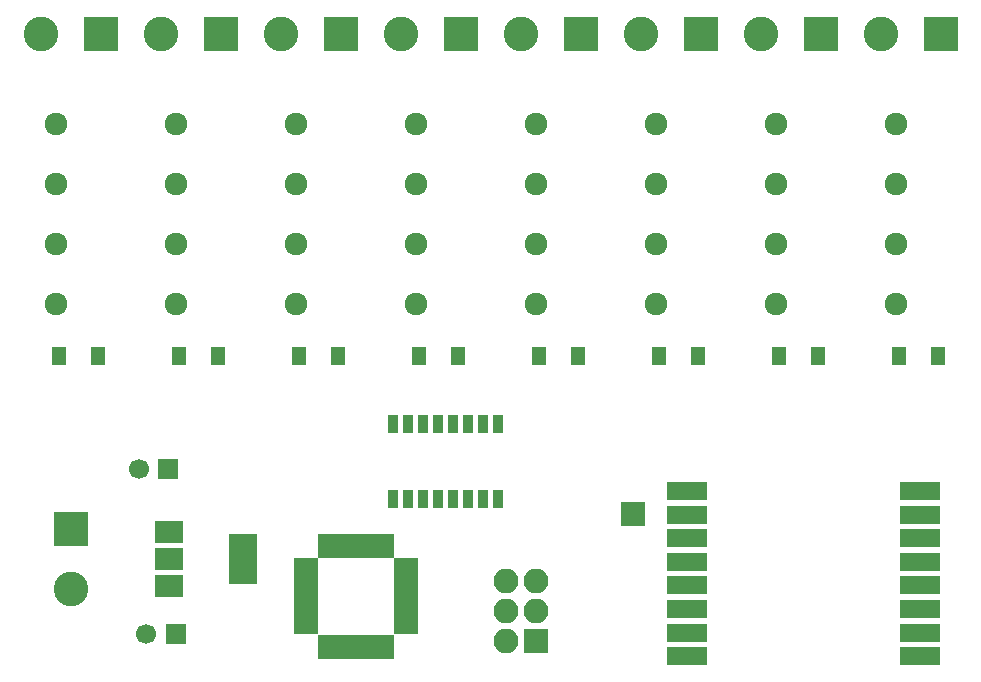
<source format=gts>
G04 #@! TF.FileFunction,Soldermask,Top*
%FSLAX46Y46*%
G04 Gerber Fmt 4.6, Leading zero omitted, Abs format (unit mm)*
G04 Created by KiCad (PCBNEW 4.0.5-e0-6337~49~ubuntu16.04.1) date Tue Jan 17 08:46:27 2017*
%MOMM*%
%LPD*%
G01*
G04 APERTURE LIST*
%ADD10C,0.100000*%
%ADD11R,2.000000X0.950000*%
%ADD12R,0.950000X2.000000*%
%ADD13R,2.940000X2.940000*%
%ADD14C,2.940000*%
%ADD15R,2.100000X2.100000*%
%ADD16O,2.100000X2.100000*%
%ADD17C,1.924000*%
%ADD18R,2.400000X4.200000*%
%ADD19R,2.400000X1.900000*%
%ADD20R,3.400000X1.600000*%
%ADD21R,0.908000X1.543000*%
%ADD22R,1.700000X1.700000*%
%ADD23C,1.700000*%
%ADD24R,1.300000X1.600000*%
G04 APERTURE END LIST*
D10*
D11*
X163390000Y-114675000D03*
X163390000Y-115475000D03*
X163390000Y-116275000D03*
X163390000Y-117075000D03*
X163390000Y-117875000D03*
X163390000Y-118675000D03*
X163390000Y-119475000D03*
X163390000Y-120275000D03*
D12*
X164840000Y-121725000D03*
X165640000Y-121725000D03*
X166440000Y-121725000D03*
X167240000Y-121725000D03*
X168040000Y-121725000D03*
X168840000Y-121725000D03*
X169640000Y-121725000D03*
X170440000Y-121725000D03*
D11*
X171890000Y-120275000D03*
X171890000Y-119475000D03*
X171890000Y-118675000D03*
X171890000Y-117875000D03*
X171890000Y-117075000D03*
X171890000Y-116275000D03*
X171890000Y-115475000D03*
X171890000Y-114675000D03*
D12*
X170440000Y-113225000D03*
X169640000Y-113225000D03*
X168840000Y-113225000D03*
X168040000Y-113225000D03*
X167240000Y-113225000D03*
X166440000Y-113225000D03*
X165640000Y-113225000D03*
X164840000Y-113225000D03*
D13*
X143510000Y-111760000D03*
D14*
X143510000Y-116840000D03*
D15*
X191135000Y-110490000D03*
X182880000Y-121285000D03*
D16*
X180340000Y-121285000D03*
X182880000Y-118745000D03*
X180340000Y-118745000D03*
X182880000Y-116205000D03*
X180340000Y-116205000D03*
D13*
X146050000Y-69850000D03*
D14*
X140970000Y-69850000D03*
D13*
X156210000Y-69850000D03*
D14*
X151130000Y-69850000D03*
D13*
X166370000Y-69850000D03*
D14*
X161290000Y-69850000D03*
D13*
X176530000Y-69850000D03*
D14*
X171450000Y-69850000D03*
D13*
X186690000Y-69850000D03*
D14*
X181610000Y-69850000D03*
D13*
X196850000Y-69850000D03*
D14*
X191770000Y-69850000D03*
D13*
X207010000Y-69850000D03*
D14*
X201930000Y-69850000D03*
D13*
X217170000Y-69850000D03*
D14*
X212090000Y-69850000D03*
D17*
X142240000Y-92710000D03*
X142240000Y-87630000D03*
X142240000Y-82550000D03*
X142240000Y-77470000D03*
X152400000Y-92710000D03*
X152400000Y-87630000D03*
X152400000Y-82550000D03*
X152400000Y-77470000D03*
X162560000Y-92710000D03*
X162560000Y-87630000D03*
X162560000Y-82550000D03*
X162560000Y-77470000D03*
X172720000Y-92710000D03*
X172720000Y-87630000D03*
X172720000Y-82550000D03*
X172720000Y-77470000D03*
X182880000Y-92710000D03*
X182880000Y-87630000D03*
X182880000Y-82550000D03*
X182880000Y-77470000D03*
X193040000Y-92710000D03*
X193040000Y-87630000D03*
X193040000Y-82550000D03*
X193040000Y-77470000D03*
X203200000Y-92710000D03*
X203200000Y-87630000D03*
X203200000Y-82550000D03*
X203200000Y-77470000D03*
X213360000Y-92710000D03*
X213360000Y-87630000D03*
X213360000Y-82550000D03*
X213360000Y-77470000D03*
D18*
X158090000Y-114300000D03*
D19*
X151790000Y-114300000D03*
X151790000Y-116600000D03*
X151790000Y-112000000D03*
D20*
X215395000Y-122555000D03*
X215395000Y-120555000D03*
X215395000Y-118555000D03*
X215395000Y-116555000D03*
X215395000Y-114555000D03*
X215395000Y-112555000D03*
X215395000Y-110555000D03*
X215395000Y-108555000D03*
X195695000Y-108555000D03*
X195695000Y-110555000D03*
X195695000Y-112555000D03*
X195695000Y-114555000D03*
X195695000Y-116555000D03*
X195695000Y-118555000D03*
X195695000Y-120555000D03*
X195695000Y-122555000D03*
D21*
X179705000Y-109220000D03*
X177165000Y-109220000D03*
X175895000Y-109220000D03*
X174625000Y-109220000D03*
X173355000Y-109220000D03*
X172085000Y-109220000D03*
X170815000Y-109220000D03*
X170815000Y-102870000D03*
X172085000Y-102870000D03*
X173355000Y-102870000D03*
X174625000Y-102870000D03*
X175895000Y-102870000D03*
X177165000Y-102870000D03*
X178435000Y-102870000D03*
X179705000Y-102870000D03*
X178435000Y-109220000D03*
D22*
X152400000Y-120650000D03*
D23*
X149900000Y-120650000D03*
D22*
X151765000Y-106680000D03*
D23*
X149265000Y-106680000D03*
D24*
X142495000Y-97155000D03*
X145795000Y-97155000D03*
X152655000Y-97155000D03*
X155955000Y-97155000D03*
X162815000Y-97155000D03*
X166115000Y-97155000D03*
X172975000Y-97155000D03*
X176275000Y-97155000D03*
X183135000Y-97155000D03*
X186435000Y-97155000D03*
X193295000Y-97155000D03*
X196595000Y-97155000D03*
X203455000Y-97155000D03*
X206755000Y-97155000D03*
X213615000Y-97155000D03*
X216915000Y-97155000D03*
M02*

</source>
